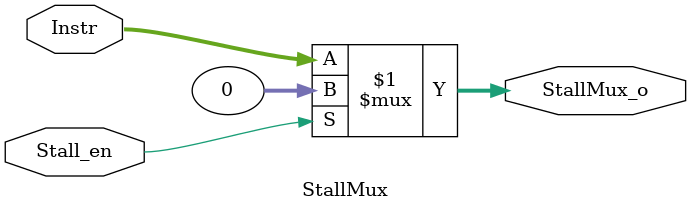
<source format=v>
module StallMux(Stall_en,Instr,StallMux_o);
          input Stall_en;
          input[31:0] Instr;
          
          output[31:0] StallMux_o;          

          
          
          assign StallMux_o=Stall_en?0:Instr;
          
          
          
endmodule
//has been reformed.
</source>
